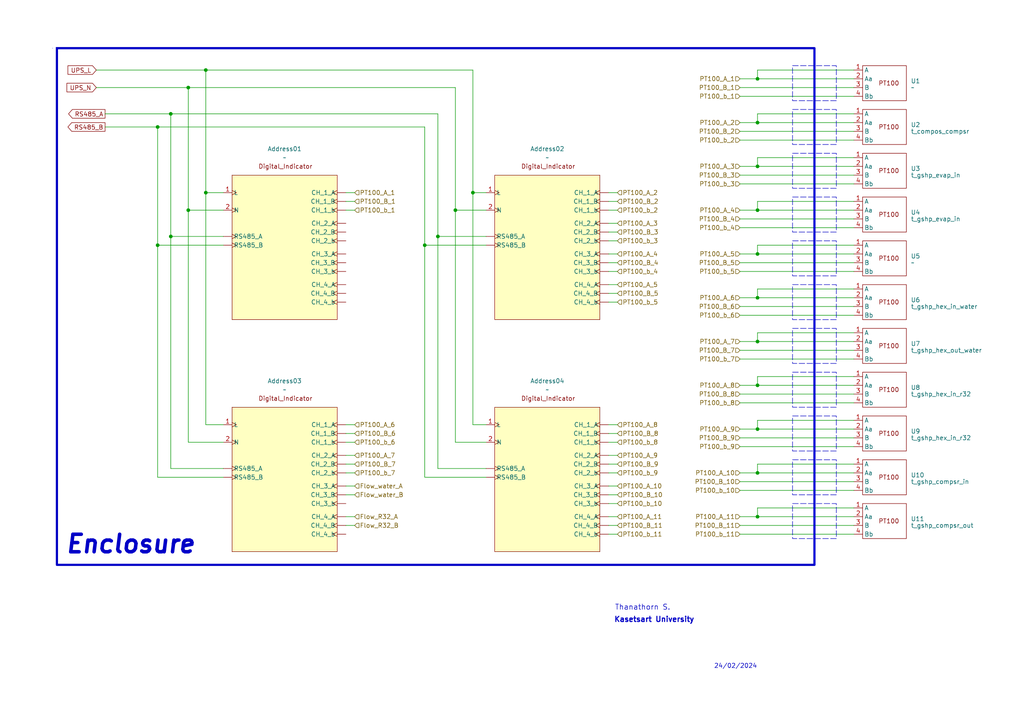
<source format=kicad_sch>
(kicad_sch (version 20231120) (generator "eeschema") (generator_version "8.0")
  (paper "A4")
  (lib_symbols
    (symbol "GSHP_Sensor:Digital_Indicator"
      (property "Reference" "U" (at 0 0 0))
      (symbol "Digital_Indicator_0_1"
        (rectangle (start 7.62 46.99) (end 38.1 5.08) (fill (type background)))
      )
      (symbol "Digital_Indicator_1_1"
        (text "Digital_Indicator" (at 15.24 49.53 0) (effects (font (size 1.27 1.27)) (justify left)))
        (pin input clock (at 40.64 41.91 180) (length 2.54) (name "CH_1_A") (number ""))
        (pin input clock (at 40.64 39.37 180) (length 2.54) (name "CH_1_B") (number ""))
        (pin input clock (at 40.64 36.83 180) (length 2.54) (name "CH_1_b") (number ""))
        (pin input clock (at 40.64 33.02 180) (length 2.54) (name "CH_2_A") (number ""))
        (pin input clock (at 40.64 30.48 180) (length 2.54) (name "CH_2_B") (number ""))
        (pin input clock (at 40.64 27.94 180) (length 2.54) (name "CH_2_b") (number ""))
        (pin input clock (at 40.64 24.13 180) (length 2.54) (name "CH_3_A") (number ""))
        (pin input clock (at 40.64 21.59 180) (length 2.54) (name "CH_3_B") (number ""))
        (pin input clock (at 40.64 19.05 180) (length 2.54) (name "CH_3_b") (number ""))
        (pin input clock (at 40.64 15.24 180) (length 2.54) (name "CH_4_A") (number ""))
        (pin input clock (at 40.64 12.7 180) (length 2.54) (name "CH_4_B") (number ""))
        (pin input clock (at 40.64 10.16 180) (length 2.54) (name "CH_4_b") (number ""))
        (pin output clock (at 5.08 29.21 0) (length 2.54) (name "RS485_A") (number ""))
        (pin output clock (at 5.08 26.67 0) (length 2.54) (name "RS485_B") (number ""))
        (pin input clock (at 5.08 41.91 0) (length 2.54) (name "L") (number "1"))
        (pin input clock (at 5.08 36.83 0) (length 2.54) (name "N") (number "2"))
      )
    )
    (symbol "GSHP_Sensor:PT100"
      (property "Reference" "U" (at 0 0 0))
      (symbol "PT100_0_1"
        (rectangle (start 5.08 12.7) (end 17.78 2.54))
      )
      (symbol "PT100_1_1"
        (text "PT100" (at 12.7 7.62 0) (effects (font (size 1.27 1.27))))
        (pin input line (at 2.54 11.43 0) (length 2.54) (name "A") (number "1"))
        (pin input line (at 2.54 8.89 0) (length 2.54) (name "Aa") (number "2"))
        (pin input line (at 2.54 6.35 0) (length 2.54) (name "B") (number "3"))
        (pin input line (at 2.54 3.81 0) (length 2.54) (name "Bb") (number "4"))
      )
    )
  )
  (junction (at 59.69 20.32))
  (junction (at 219.71 149.86))
  (junction (at 49.53 68.58))
  (junction (at 49.53 33.02))
  (junction (at 219.71 48.26))
  (junction (at 219.71 73.66))
  (junction (at 219.71 86.36))
  (junction (at 132.08 60.96))
  (junction (at 59.69 55.88))
  (junction (at 219.71 124.46))
  (junction (at 219.71 137.16))
  (junction (at 45.72 36.83))
  (junction (at 127 68.58))
  (junction (at 219.71 35.56))
  (junction (at 123.19 71.12))
  (junction (at 219.71 60.96))
  (junction (at 219.71 99.06))
  (junction (at 137.16 55.88))
  (junction (at 54.61 25.4))
  (junction (at 219.71 22.86))
  (junction (at 219.71 111.76))
  (junction (at 45.72 71.12))
  (junction (at 54.61 60.96))
  (wire (pts (xy 176.53 146.05) (xy 179.07 146.05)))
  (wire (pts (xy 214.63 152.4) (xy 247.65 152.4)))
  (wire (pts (xy 127 135.89) (xy 140.97 135.89)))
  (wire (pts (xy 49.53 135.89) (xy 64.77 135.89)))
  (wire (pts (xy 219.71 124.46) (xy 219.71 121.92)))
  (wire (pts (xy 132.08 25.4) (xy 132.08 60.96)))
  (wire (pts (xy 214.63 149.86) (xy 219.71 149.86)))
  (wire (pts (xy 100.33 143.51) (xy 102.87 143.51)))
  (wire (pts (xy 214.63 53.34) (xy 247.65 53.34)))
  (wire (pts (xy 214.63 76.2) (xy 247.65 76.2)))
  (wire (pts (xy 219.71 86.36) (xy 219.71 83.82)))
  (wire (pts (xy 100.33 123.19) (xy 102.87 123.19)))
  (wire (pts (xy 49.53 68.58) (xy 49.53 135.89)))
  (wire (pts (xy 176.53 73.66) (xy 179.07 73.66)))
  (wire (pts (xy 54.61 25.4) (xy 132.08 25.4)))
  (wire (pts (xy 176.53 69.85) (xy 179.07 69.85)))
  (wire (pts (xy 214.63 99.06) (xy 219.71 99.06)))
  (wire (pts (xy 214.63 48.26) (xy 219.71 48.26)))
  (wire (pts (xy 137.16 55.88) (xy 137.16 123.19)))
  (wire (pts (xy 247.65 124.46) (xy 219.71 124.46)))
  (wire (pts (xy 132.08 60.96) (xy 132.08 128.27)))
  (wire (pts (xy 247.65 48.26) (xy 219.71 48.26)))
  (wire (pts (xy 219.71 35.56) (xy 219.71 33.02)))
  (wire (pts (xy 214.63 142.24) (xy 247.65 142.24)))
  (wire (pts (xy 176.53 64.77) (xy 179.07 64.77)))
  (wire (pts (xy 54.61 25.4) (xy 54.61 60.96)))
  (wire (pts (xy 176.53 125.73) (xy 179.07 125.73)))
  (wire (pts (xy 247.65 99.06) (xy 219.71 99.06)))
  (wire (pts (xy 219.71 111.76) (xy 219.71 109.22)))
  (wire (pts (xy 214.63 73.66) (xy 219.71 73.66)))
  (wire (pts (xy 247.65 35.56) (xy 219.71 35.56)))
  (wire (pts (xy 214.63 127) (xy 247.65 127)))
  (wire (pts (xy 100.33 152.4) (xy 102.87 152.4)))
  (wire (pts (xy 214.63 139.7) (xy 247.65 139.7)))
  (wire (pts (xy 176.53 87.63) (xy 179.07 87.63)))
  (wire (pts (xy 176.53 58.42) (xy 179.07 58.42)))
  (wire (pts (xy 59.69 55.88) (xy 59.69 123.19)))
  (wire (pts (xy 214.63 129.54) (xy 247.65 129.54)))
  (wire (pts (xy 214.63 124.46) (xy 219.71 124.46)))
  (wire (pts (xy 137.16 55.88) (xy 140.97 55.88)))
  (wire (pts (xy 214.63 101.6) (xy 247.65 101.6)))
  (wire (pts (xy 30.48 33.02) (xy 49.53 33.02)))
  (wire (pts (xy 176.53 154.94) (xy 179.07 154.94)))
  (wire (pts (xy 137.16 123.19) (xy 140.97 123.19)))
  (wire (pts (xy 214.63 154.94) (xy 247.65 154.94)))
  (wire (pts (xy 214.63 137.16) (xy 219.71 137.16)))
  (wire (pts (xy 176.53 78.74) (xy 179.07 78.74)))
  (wire (pts (xy 176.53 143.51) (xy 179.07 143.51)))
  (wire (pts (xy 219.71 147.32) (xy 247.65 147.32)))
  (wire (pts (xy 219.71 73.66) (xy 219.71 71.12)))
  (wire (pts (xy 54.61 60.96) (xy 54.61 128.27)))
  (wire (pts (xy 54.61 60.96) (xy 64.77 60.96)))
  (wire (pts (xy 49.53 68.58) (xy 64.77 68.58)))
  (wire (pts (xy 214.63 38.1) (xy 247.65 38.1)))
  (wire (pts (xy 100.33 60.96) (xy 102.87 60.96)))
  (wire (pts (xy 45.72 71.12) (xy 64.77 71.12)))
  (wire (pts (xy 127 68.58) (xy 127 135.89)))
  (wire (pts (xy 59.69 55.88) (xy 64.77 55.88)))
  (wire (pts (xy 176.53 137.16) (xy 179.07 137.16)))
  (wire (pts (xy 219.71 45.72) (xy 247.65 45.72)))
  (wire (pts (xy 219.71 20.32) (xy 247.65 20.32)))
  (wire (pts (xy 49.53 68.58) (xy 49.53 33.02)))
  (wire (pts (xy 214.63 111.76) (xy 219.71 111.76)))
  (wire (pts (xy 176.53 123.19) (xy 179.07 123.19)))
  (wire (pts (xy 123.19 36.83) (xy 123.19 71.12)))
  (wire (pts (xy 59.69 20.32) (xy 137.16 20.32)))
  (wire (pts (xy 100.33 134.62) (xy 102.87 134.62)))
  (wire (pts (xy 176.53 140.97) (xy 179.07 140.97)))
  (wire (pts (xy 100.33 58.42) (xy 102.87 58.42)))
  (wire (pts (xy 27.94 20.32) (xy 59.69 20.32)))
  (wire (pts (xy 49.53 33.02) (xy 127 33.02)))
  (wire (pts (xy 176.53 60.96) (xy 179.07 60.96)))
  (wire (pts (xy 59.69 20.32) (xy 59.69 55.88)))
  (wire (pts (xy 214.63 35.56) (xy 219.71 35.56)))
  (wire (pts (xy 137.16 20.32) (xy 137.16 55.88)))
  (wire (pts (xy 214.63 40.64) (xy 247.65 40.64)))
  (wire (pts (xy 100.33 140.97) (xy 102.87 140.97)))
  (wire (pts (xy 214.63 60.96) (xy 219.71 60.96)))
  (wire (pts (xy 100.33 125.73) (xy 102.87 125.73)))
  (wire (pts (xy 219.71 83.82) (xy 247.65 83.82)))
  (wire (pts (xy 54.61 128.27) (xy 64.77 128.27)))
  (wire (pts (xy 100.33 55.88) (xy 102.87 55.88)))
  (wire (pts (xy 214.63 27.94) (xy 247.65 27.94)))
  (wire (pts (xy 219.71 33.02) (xy 247.65 33.02)))
  (wire (pts (xy 176.53 134.62) (xy 179.07 134.62)))
  (wire (pts (xy 45.72 36.83) (xy 45.72 71.12)))
  (wire (pts (xy 219.71 109.22) (xy 247.65 109.22)))
  (wire (pts (xy 123.19 71.12) (xy 123.19 138.43)))
  (wire (pts (xy 219.71 137.16) (xy 219.71 134.62)))
  (wire (pts (xy 132.08 128.27) (xy 140.97 128.27)))
  (wire (pts (xy 247.65 86.36) (xy 219.71 86.36)))
  (wire (pts (xy 45.72 36.83) (xy 123.19 36.83)))
  (wire (pts (xy 214.63 116.84) (xy 247.65 116.84)))
  (wire (pts (xy 100.33 132.08) (xy 102.87 132.08)))
  (wire (pts (xy 123.19 71.12) (xy 140.97 71.12)))
  (wire (pts (xy 219.71 96.52) (xy 247.65 96.52)))
  (wire (pts (xy 247.65 137.16) (xy 219.71 137.16)))
  (wire (pts (xy 214.63 66.04) (xy 247.65 66.04)))
  (wire (pts (xy 247.65 111.76) (xy 219.71 111.76)))
  (wire (pts (xy 219.71 121.92) (xy 247.65 121.92)))
  (wire (pts (xy 30.48 36.83) (xy 45.72 36.83)))
  (wire (pts (xy 100.33 149.86) (xy 102.87 149.86)))
  (wire (pts (xy 176.53 128.27) (xy 179.07 128.27)))
  (wire (pts (xy 214.63 22.86) (xy 219.71 22.86)))
  (wire (pts (xy 214.63 104.14) (xy 247.65 104.14)))
  (wire (pts (xy 214.63 78.74) (xy 247.65 78.74)))
  (wire (pts (xy 219.71 149.86) (xy 219.71 147.32)))
  (wire (pts (xy 214.63 114.3) (xy 247.65 114.3)))
  (wire (pts (xy 59.69 123.19) (xy 64.77 123.19)))
  (wire (pts (xy 214.63 63.5) (xy 247.65 63.5)))
  (wire (pts (xy 176.53 55.88) (xy 179.07 55.88)))
  (wire (pts (xy 176.53 76.2) (xy 179.07 76.2)))
  (wire (pts (xy 127 33.02) (xy 127 68.58)))
  (wire (pts (xy 100.33 137.16) (xy 102.87 137.16)))
  (wire (pts (xy 214.63 50.8) (xy 247.65 50.8)))
  (wire (pts (xy 214.63 25.4) (xy 247.65 25.4)))
  (wire (pts (xy 27.94 25.4) (xy 54.61 25.4)))
  (wire (pts (xy 219.71 22.86) (xy 219.71 20.32)))
  (wire (pts (xy 247.65 60.96) (xy 219.71 60.96)))
  (wire (pts (xy 140.97 138.43) (xy 123.19 138.43)))
  (wire (pts (xy 214.63 88.9) (xy 247.65 88.9)))
  (wire (pts (xy 214.63 91.44) (xy 247.65 91.44)))
  (wire (pts (xy 247.65 149.86) (xy 219.71 149.86)))
  (wire (pts (xy 219.71 134.62) (xy 247.65 134.62)))
  (wire (pts (xy 176.53 82.55) (xy 179.07 82.55)))
  (wire (pts (xy 214.63 86.36) (xy 219.71 86.36)))
  (wire (pts (xy 132.08 60.96) (xy 140.97 60.96)))
  (wire (pts (xy 176.53 149.86) (xy 179.07 149.86)))
  (wire (pts (xy 219.71 48.26) (xy 219.71 45.72)))
  (wire (pts (xy 176.53 132.08) (xy 179.07 132.08)))
  (wire (pts (xy 45.72 71.12) (xy 45.72 138.43)))
  (wire (pts (xy 247.65 73.66) (xy 219.71 73.66)))
  (wire (pts (xy 219.71 60.96) (xy 219.71 58.42)))
  (wire (pts (xy 64.77 138.43) (xy 45.72 138.43)))
  (wire (pts (xy 247.65 22.86) (xy 219.71 22.86)))
  (wire (pts (xy 176.53 152.4) (xy 179.07 152.4)))
  (wire (pts (xy 127 68.58) (xy 140.97 68.58)))
  (wire (pts (xy 176.53 85.09) (xy 179.07 85.09)))
  (wire (pts (xy 100.33 128.27) (xy 102.87 128.27)))
  (wire (pts (xy 219.71 99.06) (xy 219.71 96.52)))
  (wire (pts (xy 219.71 71.12) (xy 247.65 71.12)))
  (wire (pts (xy 176.53 67.31) (xy 179.07 67.31)))
  (wire (pts (xy 219.71 58.42) (xy 247.65 58.42)))
  (rectangle (start 229.87 107.95) (end 242.57 118.11) (stroke (width 0) (type dash)))
  (rectangle (start 229.87 57.15) (end 242.57 67.31) (stroke (width 0) (type dash)))
  (rectangle (start 229.87 19.05) (end 242.57 29.21) (stroke (width 0) (type dash)))
  (rectangle (start 15.24 13.97) (end 15.24 13.97))
  (rectangle (start 229.87 133.35) (end 242.57 143.51) (stroke (width 0) (type dash)))
  (rectangle (start 229.87 44.45) (end 242.57 54.61) (stroke (width 0) (type dash)))
  (rectangle (start 229.87 69.85) (end 242.57 80.01) (stroke (width 0) (type dash)))
  (rectangle (start 229.87 120.65) (end 242.57 130.81) (stroke (width 0) (type dash)))
  (rectangle (start 229.87 31.75) (end 242.57 41.91) (stroke (width 0) (type dash)))
  (rectangle (start 229.87 146.05) (end 242.57 156.21) (stroke (width 0) (type dash)))
  (rectangle (start 229.87 82.55) (end 242.57 92.71) (stroke (width 0) (type dash)))
  (rectangle (start 229.87 95.25) (end 242.57 105.41) (stroke (width 0) (type dash)))
  (rectangle (start 16.51 13.97) (end 236.22 163.83) (stroke (width 0.635)))
  (text "24/02/2024" (at 213.36 193.294 0) (effects (font (size 1.27 1.27))))
  (text "Thanathorn S." (at 178.308 176.276 0) (effects (font (size 1.524 1.524)) (justify left)))
  (text "Kasetsart University" (at 178.054 179.832 0) (effects (font (size 1.524 1.524) (bold yes)) (justify left)))
  (text "Enclosure" (at 37.846 157.988 0) (effects (font (size 5.08 5.08) (bold yes) (italic yes))))
  (global_label "UPS_N" (shape input) (at 27.94 25.4 180) (property "Intersheetrefs" "${INTERSHEET_REFS}" (effects (hide yes))))
  (global_label "UPS_L" (shape input) (at 27.94 20.32 180) (property "Intersheetrefs" "${INTERSHEET_REFS}" (effects (hide yes))))
  (global_label "RS485_A" (shape output) (at 30.48 33.02 180) (property "Intersheetrefs" "${INTERSHEET_REFS}" (effects (hide yes))))
  (global_label "RS485_B" (shape output) (at 30.48 36.83 180) (property "Intersheetrefs" "${INTERSHEET_REFS}" (effects (hide yes))))
  (hierarchical_label "PT100_B_10" (shape input) (at 214.63 139.7 180))
  (hierarchical_label "PT100_A_2" (shape input) (at 179.07 55.88 0))
  (hierarchical_label "PT100_A_4" (shape input) (at 179.07 73.66 0))
  (hierarchical_label "PT100_B_6" (shape input) (at 214.63 88.9 180))
  (hierarchical_label "PT100_b_10" (shape input) (at 214.63 142.24 180))
  (hierarchical_label "PT100_b_5" (shape input) (at 214.63 78.74 180))
  (hierarchical_label "PT100_B_4" (shape input) (at 179.07 76.2 0))
  (hierarchical_label "PT100_b_4" (shape input) (at 179.07 78.74 0))
  (hierarchical_label "PT100_B_2" (shape input) (at 214.63 38.1 180))
  (hierarchical_label "PT100_B_7" (shape input) (at 214.63 101.6 180))
  (hierarchical_label "PT100_A_3" (shape input) (at 214.63 48.26 180))
  (hierarchical_label "PT100_B_1" (shape input) (at 102.87 58.42 0))
  (hierarchical_label "PT100_A_4" (shape input) (at 214.63 60.96 180))
  (hierarchical_label "PT100_B_9" (shape input) (at 214.63 127 180))
  (hierarchical_label "PT100_b_11" (shape input) (at 214.63 154.94 180))
  (hierarchical_label "PT100_B_2" (shape input) (at 179.07 58.42 0))
  (hierarchical_label "Flow_water_A" (shape input) (at 102.87 140.97 0))
  (hierarchical_label "PT100_B_8" (shape input) (at 179.07 125.73 0))
  (hierarchical_label "PT100_b_5" (shape input) (at 179.07 87.63 0))
  (hierarchical_label "PT100_b_3" (shape input) (at 214.63 53.34 180))
  (hierarchical_label "PT100_A_3" (shape input) (at 179.07 64.77 0))
  (hierarchical_label "PT100_b_3" (shape input) (at 179.07 69.85 0))
  (hierarchical_label "PT100_B_7" (shape input) (at 102.87 134.62 0))
  (hierarchical_label "PT100_b_6" (shape input) (at 214.63 91.44 180))
  (hierarchical_label "PT100_b_8" (shape input) (at 214.63 116.84 180))
  (hierarchical_label "PT100_A_7" (shape input) (at 214.63 99.06 180))
  (hierarchical_label "PT100_B_5" (shape input) (at 214.63 76.2 180))
  (hierarchical_label "PT100_B_10" (shape input) (at 179.07 143.51 0))
  (hierarchical_label "PT100_A_10" (shape input) (at 214.63 137.16 180))
  (hierarchical_label "PT100_A_7" (shape input) (at 102.87 132.08 0))
  (hierarchical_label "PT100_A_5" (shape input) (at 214.63 73.66 180))
  (hierarchical_label "PT100_B_6" (shape input) (at 102.87 125.73 0))
  (hierarchical_label "PT100_B_4" (shape input) (at 214.63 63.5 180))
  (hierarchical_label "PT100_A_8" (shape input) (at 179.07 123.19 0))
  (hierarchical_label "PT100_b_1" (shape input) (at 102.87 60.96 0))
  (hierarchical_label "PT100_A_9" (shape input) (at 214.63 124.46 180))
  (hierarchical_label "PT100_A_11" (shape input) (at 214.63 149.86 180))
  (hierarchical_label "PT100_b_11" (shape input) (at 179.07 154.94 0))
  (hierarchical_label "PT100_A_10" (shape input) (at 179.07 140.97 0))
  (hierarchical_label "PT100_b_4" (shape input) (at 214.63 66.04 180))
  (hierarchical_label "PT100_A_2" (shape input) (at 214.63 35.56 180))
  (hierarchical_label "PT100_B_3" (shape input) (at 179.07 67.31 0))
  (hierarchical_label "Flow_water_B" (shape input) (at 102.87 143.51 0))
  (hierarchical_label "PT100_b_7" (shape input) (at 214.63 104.14 180))
  (hierarchical_label "PT100_b_8" (shape input) (at 179.07 128.27 0))
  (hierarchical_label "PT100_b_1" (shape input) (at 214.63 27.94 180))
  (hierarchical_label "Flow_R32_B" (shape input) (at 102.87 152.4 0))
  (hierarchical_label "PT100_B_3" (shape input) (at 214.63 50.8 180))
  (hierarchical_label "PT100_b_10" (shape input) (at 179.07 146.05 0))
  (hierarchical_label "PT100_A_11" (shape input) (at 179.07 149.86 0))
  (hierarchical_label "PT100_B_5" (shape input) (at 179.07 85.09 0))
  (hierarchical_label "PT100_b_9" (shape input) (at 214.63 129.54 180))
  (hierarchical_label "PT100_B_8" (shape input) (at 214.63 114.3 180))
  (hierarchical_label "PT100_A_1" (shape input) (at 102.87 55.88 0))
  (hierarchical_label "PT100_A_5" (shape input) (at 179.07 82.55 0))
  (hierarchical_label "PT100_B_11" (shape input) (at 179.07 152.4 0))
  (hierarchical_label "PT100_b_6" (shape input) (at 102.87 128.27 0))
  (hierarchical_label "PT100_A_6" (shape input) (at 214.63 86.36 180))
  (hierarchical_label "PT100_b_7" (shape input) (at 102.87 137.16 0))
  (hierarchical_label "PT100_b_2" (shape input) (at 214.63 40.64 180))
  (hierarchical_label "PT100_B_9" (shape input) (at 179.07 134.62 0))
  (hierarchical_label "PT100_A_6" (shape input) (at 102.87 123.19 0))
  (hierarchical_label "PT100_A_9" (shape input) (at 179.07 132.08 0))
  (hierarchical_label "PT100_b_9" (shape input) (at 179.07 137.16 0))
  (hierarchical_label "Flow_R32_A" (shape input) (at 102.87 149.86 0))
  (hierarchical_label "PT100_B_11" (shape input) (at 214.63 152.4 180))
  (hierarchical_label "PT100_A_8" (shape input) (at 214.63 111.76 180))
  (hierarchical_label "PT100_B_1" (shape input) (at 214.63 25.4 180))
  (hierarchical_label "PT100_A_1" (shape input) (at 214.63 22.86 180))
  (hierarchical_label "PT100_b_2" (shape input) (at 179.07 60.96 0))
  (symbol (lib_id "GSHP_Sensor:Digital_Indicator") (at 59.69 165.1 0) (unit 1)
    (property "Reference" "Address03" (at 82.55 110.49 0))
    (property "Value" "~" (at 82.55 113.03 0))
  )
  (symbol (lib_id "GSHP_Sensor:Digital_Indicator") (at 135.89 165.1 0) (unit 1)
    (property "Reference" "Address04" (at 158.75 110.49 0))
    (property "Value" "~" (at 158.75 113.03 0))
  )
  (symbol (lib_id "GSHP_Sensor:Digital_Indicator") (at 135.89 97.79 0) (unit 1)
    (property "Reference" "Address02" (at 158.75 43.18 0))
    (property "Value" "~" (at 158.75 45.72 0))
  )
  (symbol (lib_id "GSHP_Sensor:PT100") (at 245.11 44.45 0) (unit 1)
    (property "Reference" "U2" (at 264.16 36.1949 0) (effects (justify left)))
    (property "Value" "t_compos_compsr" (at 264.16 38.1 0) (effects (justify left)))
  )
  (symbol (lib_id "GSHP_Sensor:PT100") (at 245.11 57.15 0) (unit 1)
    (property "Reference" "U3" (at 264.16 48.8949 0) (effects (justify left)))
    (property "Value" "t_gshp_evap_in" (at 264.16 50.8 0) (effects (justify left)))
  )
  (symbol (lib_id "GSHP_Sensor:PT100") (at 245.11 107.95 0) (unit 1)
    (property "Reference" "U7" (at 264.16 99.6949 0) (effects (justify left)))
    (property "Value" "t_gshp_hex_out_water" (at 264.16 101.6 0) (effects (justify left)))
  )
  (symbol (lib_id "GSHP_Sensor:PT100") (at 245.11 95.25 0) (unit 1)
    (property "Reference" "U6" (at 264.16 86.9949 0) (effects (justify left)))
    (property "Value" "t_gshp_hex_in_water" (at 264.16 88.9 0) (effects (justify left)))
  )
  (symbol (lib_id "GSHP_Sensor:PT100") (at 245.11 31.75 0) (unit 1)
    (property "Reference" "U1" (at 264.16 23.4949 0) (effects (justify left)))
    (property "Value" "~" (at 264.16 25.4 0) (effects (justify left)))
  )
  (symbol (lib_id "GSHP_Sensor:PT100") (at 245.11 120.65 0) (unit 1)
    (property "Reference" "U8" (at 264.16 112.3949 0) (effects (justify left)))
    (property "Value" "t_gshp_hex_in_r32" (at 264.16 114.3 0) (effects (justify left)))
  )
  (symbol (lib_id "GSHP_Sensor:PT100") (at 245.11 82.55 0) (unit 1)
    (property "Reference" "U5" (at 264.16 74.2949 0) (effects (justify left)))
    (property "Value" "~" (at 264.16 76.2 0) (effects (justify left)))
  )
  (symbol (lib_id "GSHP_Sensor:PT100") (at 245.11 133.35 0) (unit 1)
    (property "Reference" "U9" (at 264.16 125.0949 0) (effects (justify left)))
    (property "Value" "t_gshp_hex_in_r32" (at 264.16 127 0) (effects (justify left)))
  )
  (symbol (lib_id "GSHP_Sensor:PT100") (at 245.11 158.75 0) (unit 1)
    (property "Reference" "U11" (at 264.16 150.4949 0) (effects (justify left)))
    (property "Value" "t_gshp_compsr_out" (at 264.16 152.4 0) (effects (justify left)))
  )
  (symbol (lib_id "GSHP_Sensor:Digital_Indicator") (at 59.69 97.79 0) (unit 1)
    (property "Reference" "Address01" (at 82.55 43.18 0))
    (property "Value" "~" (at 82.55 45.72 0))
  )
  (symbol (lib_id "GSHP_Sensor:PT100") (at 245.11 69.85 0) (unit 1)
    (property "Reference" "U4" (at 264.16 61.5949 0) (effects (justify left)))
    (property "Value" "t_gshp_evap_in" (at 264.16 63.5 0) (effects (justify left)))
  )
  (symbol (lib_id "GSHP_Sensor:PT100") (at 245.11 146.05 0) (unit 1)
    (property "Reference" "U10" (at 264.16 137.7949 0) (effects (justify left)))
    (property "Value" "t_gshp_compsr_in" (at 264.16 139.7 0) (effects (justify left)))
  )
)
</source>
